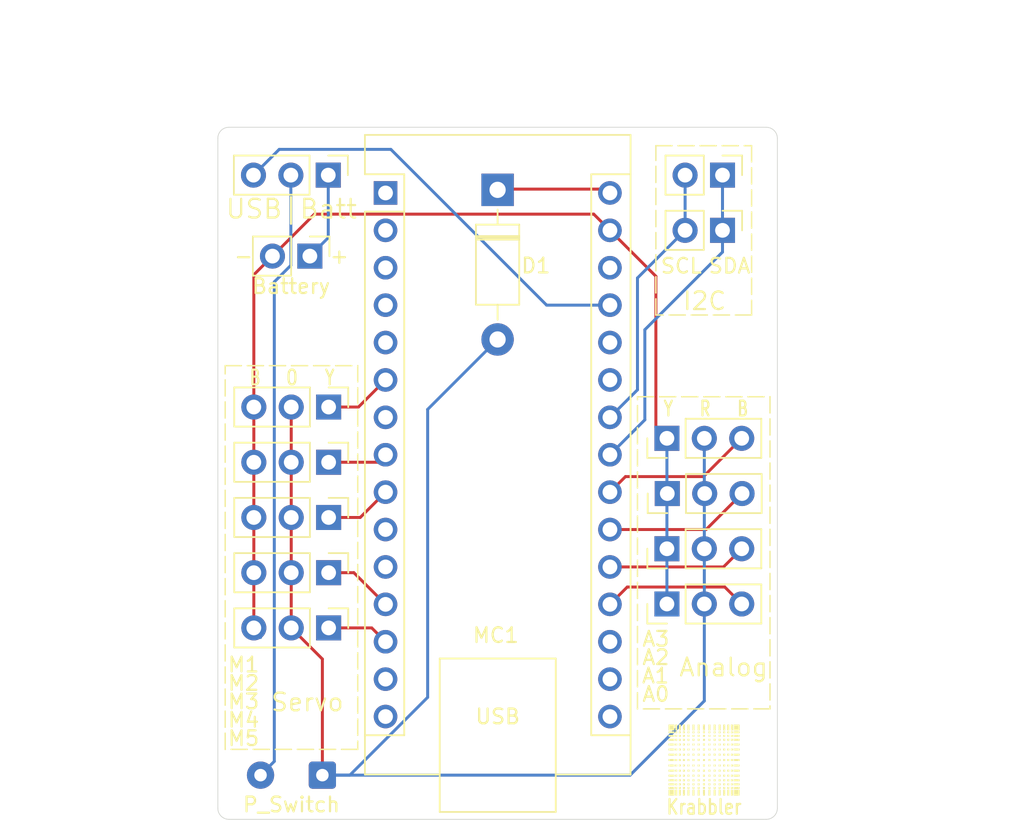
<source format=kicad_pcb>
(kicad_pcb (version 20240108) (generator "pcbnew") (generator_version "8.0")
  (title_block (title "Krabbler_2024") (date "2024-07-08") (rev "24.1") (company "HSMA - Autonome Mobile Roboter") (comment 1 "Maximilian Kühn"))
  (layers (0 "F.Cu" signal) (31 "B.Cu" signal) (34 "B.Paste" user) (35 "F.Paste" user) (36 "B.SilkS" user "B.Silkscreen") (37 "F.SilkS" user "F.Silkscreen") (38 "B.Mask" user) (39 "F.Mask" user) (44 "Edge.Cuts" user))
  (net 0 "")
  (net 1 "+6V")
  (net 2 "Net-(A1-data)")
  (net 3 "Net-(A2-data)")
  (net 4 "Net-(A3-data)")
  (net 5 "Net-(A4-data)")
  (net 6 "Net-(M1-PWM)")
  (net 7 "Net-(M2-PWM)")
  (net 8 "Net-(M3-PWM)")
  (net 9 "Net-(M4-PWM)")
  (net 10 "Net-(M5-PWM)")
  (net 11 "Net-(A1-+)")
  (net 24 "Net-(D1-K)")
  (net 29 "Net-(MC1-+5V)")
  (net 30 "Net-(P1-+)")
  (net 31 "Net-(I2C_1-SDA)")
  (net 32 "Net-(A1--)")
  (footprint "Connector_PinHeader_2.54mm:PinHeader_1x03_P2.54mm_Vertical" (layer "F.Cu") (at 68.625 63.79 -90)
    (property "Reference" "M5" (at 7.5 5.775 180) (layer "F.SilkS"))
    (property "Value" "Servo_Back_Right")
    (pad "1" thru_hole rect (at 0 0 270) (size 1.7 1.7) (drill 1) (layers "*.Cu" "*.Mask") (net 10 "Net-(M5-PWM)"))
    (pad "2" thru_hole oval (at 0 2.54 270) (size 1.7 1.7) (drill 1) (layers "*.Cu" "*.Mask") (net 11 "Net-(A1-+)"))
    (pad "3" thru_hole oval (at 0 5.08 270) (size 1.7 1.7) (drill 1) (layers "*.Cu" "*.Mask") (net 32 "Net-(A1--)"))
  )
  (footprint "Connector_PinHeader_2.54mm:PinHeader_1x02_P2.54mm_Vertical" (layer "F.Cu") (at 67.35 38.54 -90)
    (property "Reference" "P3" (hide yes))
    (property "Value" "Battery_Pin")
    (property "Description" "Battery" (at 2.05 1.275 0) (layer "F.SilkS"))
    (property "Field5" "+" (at 0 -2 0) (layer "F.SilkS"))
    (property "Field6" "-" (at 0 4.5 0) (layer "F.SilkS"))
    (pad "1" thru_hole rect (at 0 0 270) (size 1.7 1.7) (drill 1) (layers "*.Cu" "*.Mask") (net 1 "+6V"))
    (pad "2" thru_hole oval (at 0 2.54 270) (size 1.7 1.7) (drill 1) (layers "*.Cu" "*.Mask") (net 32 "Net-(A1--)"))
  )
  (footprint "Diode_THT:D_DO-41_SOD81_P10.16mm_Horizontal" (layer "F.Cu") (at 80.1 34.04 -90)
    (property "Reference" "D1" (at 5.15 -2.6 180) (layer "F.SilkS"))
    (property "Value" "Diode")
    (pad "1" thru_hole rect (at 0 0 270) (size 2.2 2.2) (drill 1.1) (layers "*.Cu" "*.Mask") (net 24 "Net-(D1-K)"))
    (pad "2" thru_hole oval (at 10.16 0 270) (size 2.2 2.2) (drill 1.1) (layers "*.Cu" "*.Mask") (net 11 "Net-(A1-+)"))
  )
  (footprint "Connector_PinHeader_2.54mm:PinHeader_1x03_P2.54mm_Vertical" (layer "F.Cu") (at 91.6 62.165 90)
    (property "Reference" "A1" (hide yes))
    (property "Value" "Analog_A0")
    (property "Analog_Pin" "A0" (at -6.125 -0.75 0) (layer "F.SilkS"))
    (pad "1" thru_hole rect (at 0 0 90) (size 1.7 1.7) (drill 1) (layers "*.Cu" "*.Mask") (net 32 "Net-(A1--)"))
    (pad "2" thru_hole oval (at 0 2.54 90) (size 1.7 1.7) (drill 1) (layers "*.Cu" "*.Mask") (net 11 "Net-(A1-+)"))
    (pad "3" thru_hole oval (at 0 5.08 90) (size 1.7 1.7) (drill 1) (layers "*.Cu" "*.Mask") (net 2 "Net-(A1-data)"))
  )
  (footprint "Connector_Wire:SolderWire-0.25sqmm_1x02_P4.2mm_D0.65mm_OD1.7mm" (layer "F.Cu") (at 68.2 73.79 180)
    (property "Reference" "P2" (hide yes))
    (property "Value" "Power_Switch" (hide yes))
    (property "Description" "P_Switch" (at 2.1 -2 0) (layer "F.SilkS"))
    (pad "1" thru_hole roundrect (at 0 0 180) (size 1.85 1.85) (drill 0.85) (layers "*.Cu" "*.Mask") (roundrect_rratio 0.135135) (net 11 "Net-(A1-+)"))
    (pad "2" thru_hole circle (at 4.2 0 180) (size 1.85 1.85) (drill 0.85) (layers "*.Cu" "*.Mask") (net 30 "Net-(P1-+)"))
  )
  (footprint "Module:Arduino_Nano" (layer "F.Cu") (at 72.49 34.25)
    (property "Reference" "MC1" (at 7.49 30.04 0) (layer "F.SilkS"))
    (property "Value" "Arduino_Nano_v3.3")
    (fp_text user "USB" (at 7.62 35.56 0) (layer "F.SilkS"))
    (pad "1" thru_hole rect (at 0 0) (size 1.6 1.6) (drill 1) (layers "*.Cu" "*.Mask"))
    (pad "2" thru_hole oval (at 0 2.54) (size 1.6 1.6) (drill 1) (layers "*.Cu" "*.Mask"))
    (pad "3" thru_hole oval (at 0 5.08) (size 1.6 1.6) (drill 1) (layers "*.Cu" "*.Mask"))
    (pad "4" thru_hole oval (at 0 7.62) (size 1.6 1.6) (drill 1) (layers "*.Cu" "*.Mask"))
    (pad "5" thru_hole oval (at 0 10.16) (size 1.6 1.6) (drill 1) (layers "*.Cu" "*.Mask"))
    (pad "6" thru_hole oval (at 0 12.7) (size 1.6 1.6) (drill 1) (layers "*.Cu" "*.Mask") (net 6 "Net-(M1-PWM)"))
    (pad "7" thru_hole oval (at 0 15.24) (size 1.6 1.6) (drill 1) (layers "*.Cu" "*.Mask"))
    (pad "8" thru_hole oval (at 0 17.78) (size 1.6 1.6) (drill 1) (layers "*.Cu" "*.Mask") (net 7 "Net-(M2-PWM)"))
    (pad "9" thru_hole oval (at 0 20.32) (size 1.6 1.6) (drill 1) (layers "*.Cu" "*.Mask") (net 8 "Net-(M3-PWM)"))
    (pad "10" thru_hole oval (at 0 22.86) (size 1.6 1.6) (drill 1) (layers "*.Cu" "*.Mask"))
    (pad "11" thru_hole oval (at 0 25.4) (size 1.6 1.6) (drill 1) (layers "*.Cu" "*.Mask"))
    (pad "12" thru_hole oval (at 0 27.94) (size 1.6 1.6) (drill 1) (layers "*.Cu" "*.Mask") (net 9 "Net-(M4-PWM)"))
    (pad "13" thru_hole oval (at 0 30.48) (size 1.6 1.6) (drill 1) (layers "*.Cu" "*.Mask") (net 10 "Net-(M5-PWM)"))
    (pad "14" thru_hole oval (at 0 33.02) (size 1.6 1.6) (drill 1) (layers "*.Cu" "*.Mask"))
    (pad "15" thru_hole oval (at 0 35.56) (size 1.6 1.6) (drill 1) (layers "*.Cu" "*.Mask"))
    (pad "16" thru_hole oval (at 15.24 35.56) (size 1.6 1.6) (drill 1) (layers "*.Cu" "*.Mask"))
    (pad "17" thru_hole oval (at 15.24 33.02) (size 1.6 1.6) (drill 1) (layers "*.Cu" "*.Mask"))
    (pad "18" thru_hole oval (at 15.24 30.48) (size 1.6 1.6) (drill 1) (layers "*.Cu" "*.Mask"))
    (pad "19" thru_hole oval (at 15.24 27.94) (size 1.6 1.6) (drill 1) (layers "*.Cu" "*.Mask") (net 2 "Net-(A1-data)"))
    (pad "20" thru_hole oval (at 15.24 25.4) (size 1.6 1.6) (drill 1) (layers "*.Cu" "*.Mask") (net 3 "Net-(A2-data)"))
    (pad "21" thru_hole oval (at 15.24 22.86) (size 1.6 1.6) (drill 1) (layers "*.Cu" "*.Mask") (net 4 "Net-(A3-data)"))
    (pad "22" thru_hole oval (at 15.24 20.32) (size 1.6 1.6) (drill 1) (layers "*.Cu" "*.Mask") (net 5 "Net-(A4-data)"))
    (pad "23" thru_hole oval (at 15.24 17.78) (size 1.6 1.6) (drill 1) (layers "*.Cu" "*.Mask") (net 31 "Net-(I2C_1-SDA)"))
    (pad "24" thru_hole oval (at 15.24 15.24) (size 1.6 1.6) (drill 1) (layers "*.Cu" "*.Mask") (net 31 "Net-(I2C_1-SCL)"))
    (pad "25" thru_hole oval (at 15.24 12.7) (size 1.6 1.6) (drill 1) (layers "*.Cu" "*.Mask"))
    (pad "26" thru_hole oval (at 15.24 10.16) (size 1.6 1.6) (drill 1) (layers "*.Cu" "*.Mask"))
    (pad "27" thru_hole oval (at 15.24 7.62) (size 1.6 1.6) (drill 1) (layers "*.Cu" "*.Mask") (net 29 "Net-(MC1-+5V)"))
    (pad "28" thru_hole oval (at 15.24 5.08) (size 1.6 1.6) (drill 1) (layers "*.Cu" "*.Mask"))
    (pad "29" thru_hole oval (at 15.24 2.54) (size 1.6 1.6) (drill 1) (layers "*.Cu" "*.Mask") (net 32 "Net-(A1--)"))
    (pad "30" thru_hole oval (at 15.24 0) (size 1.6 1.6) (drill 1) (layers "*.Cu" "*.Mask") (net 24 "Net-(D1-K)"))
  )
  (footprint "Connector_PinHeader_2.54mm:PinHeader_1x03_P2.54mm_Vertical" (layer "F.Cu") (at 68.625 60.04 -90)
    (property "Reference" "M4" (at 10 5.775 180) (layer "F.SilkS"))
    (property "Value" "Servo_Back_Left")
    (pad "1" thru_hole rect (at 0 0 270) (size 1.7 1.7) (drill 1) (layers "*.Cu" "*.Mask") (net 9 "Net-(M4-PWM)"))
    (pad "2" thru_hole oval (at 0 2.54 270) (size 1.7 1.7) (drill 1) (layers "*.Cu" "*.Mask") (net 11 "Net-(A1-+)"))
    (pad "3" thru_hole oval (at 0 5.08 270) (size 1.7 1.7) (drill 1) (layers "*.Cu" "*.Mask") (net 32 "Net-(A1--)"))
  )
  (footprint "Connector_PinHeader_2.54mm:PinHeader_1x03_P2.54mm_Vertical" (layer "F.Cu") (at 68.625 48.79 -90)
    (property "Reference" "M1" (at 17.5 5.775 180) (layer "F.SilkS"))
    (property "Value" "Servo_Head")
    (pad "1" thru_hole rect (at 0 0 270) (size 1.7 1.7) (drill 1) (layers "*.Cu" "*.Mask") (net 6 "Net-(M1-PWM)"))
    (pad "2" thru_hole oval (at 0 2.54 270) (size 1.7 1.7) (drill 1) (layers "*.Cu" "*.Mask") (net 11 "Net-(A1-+)"))
    (pad "3" thru_hole oval (at 0 5.08 270) (size 1.7 1.7) (drill 1) (layers "*.Cu" "*.Mask") (net 32 "Net-(A1--)"))
  )
  (footprint "Connector_PinHeader_2.54mm:PinHeader_1x03_P2.54mm_Vertical" (layer "F.Cu") (at 68.625 52.54 -90)
    (property "Reference" "M2" (at 15 5.775 180) (layer "F.SilkS"))
    (property "Value" "Servo_Front_Left")
    (pad "1" thru_hole rect (at 0 0 270) (size 1.7 1.7) (drill 1) (layers "*.Cu" "*.Mask") (net 7 "Net-(M2-PWM)"))
    (pad "2" thru_hole oval (at 0 2.54 270) (size 1.7 1.7) (drill 1) (layers "*.Cu" "*.Mask") (net 11 "Net-(A1-+)"))
    (pad "3" thru_hole oval (at 0 5.08 270) (size 1.7 1.7) (drill 1) (layers "*.Cu" "*.Mask") (net 32 "Net-(A1--)"))
  )
  (footprint "MountingHole:MountingHole_2.2mm_M2" (layer "F.Cu") (at 66.85 43.49)
    (property "Reference" "REF**" (hide yes))
    (property "Value" "MountingHole_2.2mm_M2")
    (pad "" np_thru_hole circle (at 0 0) (size 2.2 2.2) (drill 2.2) (layers "*.Cu" "*.Mask"))
  )
  (footprint "MountingHole:MountingHole_2.2mm_M2" (layer "F.Cu") (at 94.1 45.29)
    (property "Reference" "REF**" (hide yes))
    (property "Value" "MountingHole_2.2mm_M2")
    (pad "" np_thru_hole circle (at 0 0) (size 2.2 2.2) (drill 2.2) (layers "*.Cu" "*.Mask"))
  )
  (footprint "_custom:HSMA_logo" (layer "F.Cu") (at 94.1 72.79)
    (property "Reference" "G***" (hide yes))
    (property "Value" "LOGO" (hide yes))
  )
  (footprint "Connector_PinHeader_2.54mm:PinHeader_1x03_P2.54mm_Vertical" (layer "F.Cu") (at 91.6 58.415 90)
    (property "Reference" "A2" (hide yes))
    (property "Value" "Analog_A1")
    (property "Analog_pin" "A1" (at -8.625 -0.775 0) (layer "F.SilkS"))
    (pad "1" thru_hole rect (at 0 0 90) (size 1.7 1.7) (drill 1) (layers "*.Cu" "*.Mask") (net 32 "Net-(A1--)"))
    (pad "2" thru_hole oval (at 0 2.54 90) (size 1.7 1.7) (drill 1) (layers "*.Cu" "*.Mask") (net 11 "Net-(A1-+)"))
    (pad "3" thru_hole oval (at 0 5.08 90) (size 1.7 1.7) (drill 1) (layers "*.Cu" "*.Mask") (net 3 "Net-(A2-data)"))
  )
  (footprint "Connector_PinHeader_2.54mm:PinHeader_1x02_P2.54mm_Vertical" (layer "F.Cu") (at 95.375 36.79 -90)
    (property "Reference" "I2" (hide yes))
    (property "Value" "I2C_Pinout_2")
    (pad "1" thru_hole rect (at 0 0 270) (size 1.7 1.7) (drill 1) (layers "*.Cu" "*.Mask") (net 31 "Net-(I2C_1-SDA)"))
    (pad "2" thru_hole oval (at 0 2.54 270) (size 1.7 1.7) (drill 1) (layers "*.Cu" "*.Mask"))
  )
  (footprint "Connector_PinHeader_2.54mm:PinHeader_1x02_P2.54mm_Vertical" (layer "F.Cu") (at 95.375 33.04 -90)
    (property "Reference" "I1" (hide yes))
    (property "Value" "I2C_Pinout_1")
    (pad "1" thru_hole rect (at 0 0 270) (size 1.7 1.7) (drill 1) (layers "*.Cu" "*.Mask") (net 31 "Net-(I2C_1-SDA)"))
    (pad "2" thru_hole oval (at 0 2.54 270) (size 1.7 1.7) (drill 1) (layers "*.Cu" "*.Mask"))
  )
  (footprint "Connector_PinHeader_2.54mm:PinHeader_1x03_P2.54mm_Vertical" (layer "F.Cu") (at 68.6 33.04 -90)
    (property "Reference" "P1" (hide yes))
    (property "Value" "Power_Jumper")
    (property "Description" "USB|Batt" (at 2.3 2.5 0) (layer "F.SilkS") (effects (font (size 1.27 1.27))))
    (pad "1" thru_hole rect (at 0 0 270) (size 1.7 1.7) (drill 1) (layers "*.Cu" "*.Mask") (net 1 "+6V"))
    (pad "2" thru_hole oval (at 0 2.54 270) (size 1.7 1.7) (drill 1) (layers "*.Cu" "*.Mask") (net 30 "Net-(P1-+)"))
    (pad "3" thru_hole oval (at 0 5.08 270) (size 1.7 1.7) (drill 1) (layers "*.Cu" "*.Mask") (net 29 "Net-(MC1-+5V)"))
  )
  (footprint "Connector_PinHeader_2.54mm:PinHeader_1x03_P2.54mm_Vertical" (layer "F.Cu") (at 68.625 56.29 -90)
    (property "Reference" "M3" (at 12.5 5.775 180) (layer "F.SilkS"))
    (property "Value" "Servo_Front_Right")
    (pad "1" thru_hole rect (at 0 0 270) (size 1.7 1.7) (drill 1) (layers "*.Cu" "*.Mask") (net 8 "Net-(M3-PWM)"))
    (pad "2" thru_hole oval (at 0 2.54 270) (size 1.7 1.7) (drill 1) (layers "*.Cu" "*.Mask") (net 11 "Net-(A1-+)"))
    (pad "3" thru_hole oval (at 0 5.08 270) (size 1.7 1.7) (drill 1) (layers "*.Cu" "*.Mask") (net 32 "Net-(A1--)"))
  )
  (footprint "MountingHole:MountingHole_2.2mm_M2" (layer "F.Cu") (at 80.1 57.29)
    (property "Reference" "REF**" (hide yes))
    (property "Value" "MountingHole_2.2mm_M2")
    (pad "" np_thru_hole circle (at 0 0) (size 2.2 2.2) (drill 2.2) (layers "F&B.Cu" "*.Mask"))
  )
  (footprint "Connector_PinHeader_2.54mm:PinHeader_1x03_P2.54mm_Vertical" (layer "F.Cu") (at 91.625 54.665 90)
    (property "Reference" "A3" (hide yes))
    (property "Value" "Analog_A2")
    (property "Analog_Pin" "A2" (at -11.125 -0.775 0) (layer "F.SilkS"))
    (pad "1" thru_hole rect (at 0 0 90) (size 1.7 1.7) (drill 1) (layers "*.Cu" "*.Mask") (net 32 "Net-(A1--)"))
    (pad "2" thru_hole oval (at 0 2.54 90) (size 1.7 1.7) (drill 1) (layers "*.Cu" "*.Mask") (net 11 "Net-(A1-+)"))
    (pad "3" thru_hole oval (at 0 5.08 90) (size 1.7 1.7) (drill 1) (layers "*.Cu" "*.Mask") (net 4 "Net-(A3-data)"))
  )
  (footprint "Connector_PinHeader_2.54mm:PinHeader_1x03_P2.54mm_Vertical" (layer "F.Cu") (at 91.6 50.915 90)
    (property "Reference" "A4" (hide yes))
    (property "Value" "Analog_A3")
    (property "Analog_Pin" "A3" (at -13.625 -0.75 0) (layer "F.SilkS"))
    (pad "1" thru_hole rect (at 0 0 90) (size 1.7 1.7) (drill 1) (layers "*.Cu" "*.Mask") (net 32 "Net-(A1--)"))
    (pad "2" thru_hole oval (at 0 2.54 90) (size 1.7 1.7) (drill 1) (layers "*.Cu" "*.Mask") (net 11 "Net-(A1-+)"))
    (pad "3" thru_hole oval (at 0 5.08 90) (size 1.7 1.7) (drill 1) (layers "*.Cu" "*.Mask") (net 5 "Net-(A4-data)"))
  )
  (gr_rect (start 61.6 45.98) (end 70.6 72.04) (stroke (width 0.1) (type dash)) (fill none) (layer "F.SilkS"))
  (gr_rect (start 90.85 31.04) (end 97.35 42.54) (stroke (width 0.1) (type dash)) (fill none) (layer "F.SilkS"))
  (gr_rect (start 89.6 48.09) (end 98.6 69.29) (stroke (width 0.1) (type dash)) (fill none) (layer "F.SilkS"))
  (gr_line (start 98.35 76.79) (end 61.85 76.79) (stroke (width 0.05)) (layer "Edge.Cuts"))
  (gr_arc (start 99.1 76.04) (mid 98.88033 76.57033) (end 98.35 76.79) (stroke (width 0.05)) (layer "Edge.Cuts"))
  (gr_line (start 61.85 29.79) (end 98.35 29.79) (stroke (width 0.05)) (layer "Edge.Cuts"))
  (gr_arc (start 61.85 76.79) (mid 61.31967 76.57033) (end 61.1 76.04) (stroke (width 0.05)) (layer "Edge.Cuts"))
  (gr_arc (start 61.1 30.54) (mid 61.31967 30.00967) (end 61.85 29.79) (stroke (width 0.05)) (layer "Edge.Cuts"))
  (gr_line (start 99.1 30.54) (end 99.1 76.04) (stroke (width 0.05)) (layer "Edge.Cuts"))
  (gr_arc (start 98.35 29.79) (mid 98.88033 30.00967) (end 99.1 30.54) (stroke (width 0.05)) (layer "Edge.Cuts"))
  (gr_line (start 61.1 76.04) (end 61.1 30.54) (stroke (width 0.05)) (layer "Edge.Cuts"))
  (gr_text "Krabbler\n" (at 91.49 76.54 0) (layer "F.SilkS") (effects (font (size 1 0.8) (thickness 0.15) (bold yes)) (justify left bottom)))
  (gr_text "Analog" (at 92.35 67.165 0) (layer "F.SilkS") (effects (font (size 1.2 1.2)) (justify left bottom)))
  (gr_text "Y" (at 68.3 47.38 0) (layer "F.SilkS") (effects (font (size 1 0.7) (thickness 0.15) (bold yes)) (justify left bottom)))
  (gr_text "O" (at 65.67 47.38 0) (layer "F.SilkS") (effects (font (size 1 0.7) (thickness 0.15) (bold yes)) (justify left bottom)))
  (gr_text "R" (at 93.75 49.49 0) (layer "F.SilkS") (effects (font (size 1 0.7) (thickness 0.15) (bold yes)) (justify left bottom)))
  (gr_text "B" (at 63.19 47.38 0) (layer "F.SilkS") (effects (font (size 1 0.7) (thickness 0.15) (bold yes)) (justify left bottom)))
  (gr_text "I2C\n" (at 92.6 42.29 0) (layer "F.SilkS") (effects (font (size 1.2 1.2)) (justify left bottom)))
  (gr_text "Servo" (at 64.625 69.54 0) (layer "F.SilkS") (effects (font (size 1.2 1.2)) (justify left bottom)))
  (gr_text "Y" (at 91.3 49.49 0) (layer "F.SilkS") (effects (font (size 1 0.7) (thickness 0.15) (bold yes)) (justify left bottom)))
  (gr_text "B" (at 96.3 49.49 0) (layer "F.SilkS") (effects (font (size 1 0.7) (thickness 0.15) (bold yes)) (justify left bottom)))
  (gr_text "SDA" (at 94.35 39.79 0) (layer "F.SilkS") (effects (font (size 1 1)) (justify left bottom)))
  (gr_text "SCL" (at 91.1 39.79 0) (layer "F.SilkS") (effects (font (size 1 1)) (justify left bottom)))
  (segment (start 68.6 37.29) (end 68.6 33.04) (width 0.2) (layer "B.Cu") (net 1))
  (segment (start 67.35 38.54) (end 68.6 37.29) (width 0.2) (layer "B.Cu") (net 1))
  (segment (start 96.68 62.165) (end 95.53 61.015) (width 0.2) (layer "F.Cu") (net 2))
  (segment (start 88.905 61.015) (end 87.73 62.19) (width 0.2) (layer "F.Cu") (net 2))
  (segment (start 95.53 61.015) (end 88.905 61.015) (width 0.2) (layer "F.Cu") (net 2))
  (segment (start 95.445 59.65) (end 87.73 59.65) (width 0.2) (layer "F.Cu") (net 3))
  (segment (start 96.68 58.415) (end 95.445 59.65) (width 0.2) (layer "F.Cu") (net 3))
  (segment (start 96.705 54.665) (end 94.26 57.11) (width 0.2) (layer "F.Cu") (net 4))
  (segment (start 94.26 57.11) (end 87.73 57.11) (width 0.2) (layer "F.Cu") (net 4))
  (segment (start 96.68 50.915) (end 94.08 53.515) (width 0.2) (layer "F.Cu") (net 5))
  (segment (start 88.785 53.515) (end 87.73 54.57) (width 0.2) (layer "F.Cu") (net 5))
  (segment (start 94.08 53.515) (end 88.785 53.515) (width 0.2) (layer "F.Cu") (net 5))
  (segment (start 70.65 48.79) (end 72.49 46.95) (width 0.2) (layer "F.Cu") (net 6))
  (segment (start 68.625 48.79) (end 70.65 48.79) (width 0.2) (layer "F.Cu") (net 6))
  (segment (start 68.625 52.54) (end 71.98 52.54) (width 0.2) (layer "F.Cu") (net 7))
  (segment (start 71.98 52.54) (end 72.49 52.03) (width 0.2) (layer "F.Cu") (net 7))
  (segment (start 68.625 56.29) (end 70.77 56.29) (width 0.2) (layer "F.Cu") (net 8))
  (segment (start 70.77 56.29) (end 72.49 54.57) (width 0.2) (layer "F.Cu") (net 8))
  (segment (start 70.34 60.04) (end 72.49 62.19) (width 0.2) (layer "F.Cu") (net 9))
  (segment (start 68.625 60.04) (end 70.34 60.04) (width 0.2) (layer "F.Cu") (net 9))
  (segment (start 68.625 63.79) (end 71.55 63.79) (width 0.2) (layer "F.Cu") (net 10))
  (segment (start 71.55 63.79) (end 72.49 64.73) (width 0.2) (layer "F.Cu") (net 10))
  (segment (start 68.2 73.79) (end 68.2 65.905) (width 0.2) (layer "F.Cu") (net 11))
  (segment (start 66.085 48.79) (end 66.085 63.79) (width 0.2) (layer "F.Cu") (net 11))
  (segment (start 68.2 65.905) (end 66.085 63.79) (width 0.2) (layer "F.Cu") (net 11))
  (segment (start 89.1 73.79) (end 94.14 68.75) (width 0.2) (layer "B.Cu") (net 11))
  (segment (start 75.35 48.95) (end 75.35 68.505635) (width 0.2) (layer "B.Cu") (net 11))
  (segment (start 94.14 50.915) (end 94.14 62.165) (width 0.2) (layer "B.Cu") (net 11))
  (segment (start 75.35 68.505635) (end 70.065635 73.79) (width 0.2) (layer "B.Cu") (net 11))
  (segment (start 68.2 73.79) (end 89.1 73.79) (width 0.2) (layer "B.Cu") (net 11))
  (segment (start 70.065635 73.79) (end 68.2 73.79) (width 0.2) (layer "B.Cu") (net 11))
  (segment (start 80.1 44.2) (end 75.35 48.95) (width 0.2) (layer "B.Cu") (net 11))
  (segment (start 94.14 68.75) (end 94.14 62.165) (width 0.2) (layer "B.Cu") (net 11))
  (segment (start 80.15 33.99) (end 80.1 34.04) (width 0.2) (layer "F.Cu") (net 24))
  (segment (start 87.73 34.25) (end 87.47 33.99) (width 0.2) (layer "F.Cu") (net 24))
  (segment (start 87.47 33.99) (end 80.15 33.99) (width 0.2) (layer "F.Cu") (net 24))
  (segment (start 72.85 31.29) (end 65.27 31.29) (width 0.2) (layer "B.Cu") (net 29))
  (segment (start 65.27 31.29) (end 63.52 33.04) (width 0.2) (layer "B.Cu") (net 29))
  (segment (start 87.73 41.87) (end 83.43 41.87) (width 0.2) (layer "B.Cu") (net 29))
  (segment (start 83.43 41.87) (end 72.85 31.29) (width 0.2) (layer "B.Cu") (net 29))
  (segment (start 64 73.79) (end 64.935 72.855) (width 0.2) (layer "B.Cu") (net 30))
  (segment (start 64.935 40.291346) (end 66.06 39.166346) (width 0.2) (layer "B.Cu") (net 30))
  (segment (start 66.06 39.166346) (end 66.06 33.04) (width 0.2) (layer "B.Cu") (net 30))
  (segment (start 64.935 72.855) (end 64.935 40.291346) (width 0.2) (layer "B.Cu") (net 30))
  (segment (start 92.835 33.04) (end 92.835 36.79) (width 0.2) (layer "B.Cu") (net 31))
  (segment (start 90.1 43.54) (end 90.1 49.66) (width 0.2) (layer "B.Cu") (net 31))
  (segment (start 89.6 40.025) (end 89.6 47.62) (width 0.2) (layer "B.Cu") (net 31))
  (segment (start 90.1 49.66) (end 87.73 52.03) (width 0.2) (layer "B.Cu") (net 31))
  (segment (start 95.375 36.79) (end 95.375 38.265) (width 0.2) (layer "B.Cu") (net 31))
  (segment (start 95.375 33.04) (end 95.375 36.79) (width 0.2) (layer "B.Cu") (net 31))
  (segment (start 95.375 38.265) (end 90.1 43.54) (width 0.2) (layer "B.Cu") (net 31))
  (segment (start 92.835 36.79) (end 89.6 40.025) (width 0.2) (layer "B.Cu") (net 31))
  (segment (start 89.6 47.62) (end 87.73 49.49) (width 0.2) (layer "B.Cu") (net 31))
  (segment (start 63.545 48.79) (end 63.545 63.79) (width 0.2) (layer "F.Cu") (net 32))
  (segment (start 87.73 36.79) (end 90.85 39.91) (width 0.2) (layer "F.Cu") (net 32))
  (segment (start 64.81 38.54) (end 67.66 35.69) (width 0.2) (layer "F.Cu") (net 32))
  (segment (start 90.85 39.91) (end 90.85 50.165) (width 0.2) (layer "F.Cu") (net 32))
  (segment (start 67.66 35.69) (end 86.63 35.69) (width 0.2) (layer "F.Cu") (net 32))
  (segment (start 63.545 39.805) (end 63.545 48.79) (width 0.2) (layer "F.Cu") (net 32))
  (segment (start 86.63 35.69) (end 87.73 36.79) (width 0.2) (layer "F.Cu") (net 32))
  (segment (start 64.81 38.54) (end 63.545 39.805) (width 0.2) (layer "F.Cu") (net 32))
  (segment (start 90.85 50.165) (end 91.6 50.915) (width 0.2) (layer "F.Cu") (net 32))
  (segment (start 63.545 63.985) (end 64 64.44) (width 0.2) (layer "B.Cu") (net 32))
  (segment (start 63.545 63.79) (end 63.545 63.985) (width 0.2) (layer "B.Cu") (net 32))
  (segment (start 91.6 50.915) (end 91.6 62.165) (width 0.2) (layer "B.Cu") (net 32))
)
</source>
